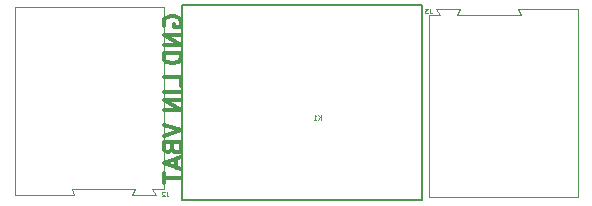
<source format=gbr>
G04 #@! TF.GenerationSoftware,KiCad,Pcbnew,(2018-02-16 revision c95340fba)-makepkg*
G04 #@! TF.CreationDate,2018-04-16T21:08:27+02:00*
G04 #@! TF.ProjectId,lin_bb,6C696E5F62622E6B696361645F706362,rev?*
G04 #@! TF.SameCoordinates,Original*
G04 #@! TF.FileFunction,Legend,Bot*
G04 #@! TF.FilePolarity,Positive*
%FSLAX46Y46*%
G04 Gerber Fmt 4.6, Leading zero omitted, Abs format (unit mm)*
G04 Created by KiCad (PCBNEW (2018-02-16 revision c95340fba)-makepkg) date 04/16/18 21:08:27*
%MOMM*%
%LPD*%
G01*
G04 APERTURE LIST*
%ADD10C,0.300000*%
%ADD11C,0.120000*%
%ADD12C,0.150000*%
%ADD13C,0.100000*%
G04 APERTURE END LIST*
D10*
X144212571Y-118185714D02*
X145712571Y-118685714D01*
X144212571Y-119185714D01*
X144926857Y-120185714D02*
X144998285Y-120400000D01*
X145069714Y-120471428D01*
X145212571Y-120542857D01*
X145426857Y-120542857D01*
X145569714Y-120471428D01*
X145641142Y-120400000D01*
X145712571Y-120257142D01*
X145712571Y-119685714D01*
X144212571Y-119685714D01*
X144212571Y-120185714D01*
X144284000Y-120328571D01*
X144355428Y-120400000D01*
X144498285Y-120471428D01*
X144641142Y-120471428D01*
X144784000Y-120400000D01*
X144855428Y-120328571D01*
X144926857Y-120185714D01*
X144926857Y-119685714D01*
X145284000Y-121114285D02*
X145284000Y-121828571D01*
X145712571Y-120971428D02*
X144212571Y-121471428D01*
X145712571Y-121971428D01*
X144212571Y-122257142D02*
X144212571Y-123114285D01*
X145712571Y-122685714D02*
X144212571Y-122685714D01*
X145712571Y-114891428D02*
X145712571Y-114177142D01*
X144212571Y-114177142D01*
X145712571Y-115391428D02*
X144212571Y-115391428D01*
X145712571Y-116105714D02*
X144212571Y-116105714D01*
X145712571Y-116962857D01*
X144212571Y-116962857D01*
X144284000Y-109855142D02*
X144212571Y-109712285D01*
X144212571Y-109498000D01*
X144284000Y-109283714D01*
X144426857Y-109140857D01*
X144569714Y-109069428D01*
X144855428Y-108998000D01*
X145069714Y-108998000D01*
X145355428Y-109069428D01*
X145498285Y-109140857D01*
X145641142Y-109283714D01*
X145712571Y-109498000D01*
X145712571Y-109640857D01*
X145641142Y-109855142D01*
X145569714Y-109926571D01*
X145069714Y-109926571D01*
X145069714Y-109640857D01*
X145712571Y-110569428D02*
X144212571Y-110569428D01*
X145712571Y-111426571D01*
X144212571Y-111426571D01*
X145712571Y-112140857D02*
X144212571Y-112140857D01*
X144212571Y-112498000D01*
X144284000Y-112712285D01*
X144426857Y-112855142D01*
X144569714Y-112926571D01*
X144855428Y-112998000D01*
X145069714Y-112998000D01*
X145355428Y-112926571D01*
X145498285Y-112855142D01*
X145641142Y-112712285D01*
X145712571Y-112498000D01*
X145712571Y-112140857D01*
D11*
X131622000Y-124121000D02*
X131622000Y-108221000D01*
X136672000Y-124121000D02*
X131622000Y-124121000D01*
X136422000Y-123621000D02*
X136672000Y-124121000D01*
X141822000Y-123621000D02*
X136422000Y-123621000D01*
X141572000Y-124121000D02*
X141822000Y-123621000D01*
X143572000Y-124121000D02*
X141572000Y-124121000D01*
X143272000Y-123621000D02*
X143572000Y-124121000D01*
X144222000Y-123621000D02*
X143272000Y-123621000D01*
X144222000Y-108221000D02*
X144222000Y-123621000D01*
X131622000Y-108221000D02*
X144222000Y-108221000D01*
X179274000Y-108416000D02*
X179274000Y-124316000D01*
X174224000Y-108416000D02*
X179274000Y-108416000D01*
X174474000Y-108916000D02*
X174224000Y-108416000D01*
X169074000Y-108916000D02*
X174474000Y-108916000D01*
X169324000Y-108416000D02*
X169074000Y-108916000D01*
X167324000Y-108416000D02*
X169324000Y-108416000D01*
X167624000Y-108916000D02*
X167324000Y-108416000D01*
X166674000Y-108916000D02*
X167624000Y-108916000D01*
X166674000Y-124316000D02*
X166674000Y-108916000D01*
X179274000Y-124316000D02*
X166674000Y-124316000D01*
D12*
X166116000Y-124587000D02*
X145796000Y-124587000D01*
X166116000Y-108077000D02*
X166116000Y-124587000D01*
X145796000Y-108077000D02*
X166116000Y-108077000D01*
X145796000Y-124587000D02*
X145796000Y-108077000D01*
D13*
X144468833Y-123859952D02*
X144468833Y-124145666D01*
X144487880Y-124202809D01*
X144525976Y-124240904D01*
X144583119Y-124259952D01*
X144621214Y-124259952D01*
X144297404Y-123898047D02*
X144278357Y-123879000D01*
X144240261Y-123859952D01*
X144145023Y-123859952D01*
X144106928Y-123879000D01*
X144087880Y-123898047D01*
X144068833Y-123936142D01*
X144068833Y-123974238D01*
X144087880Y-124031380D01*
X144316452Y-124259952D01*
X144068833Y-124259952D01*
X166757333Y-108365952D02*
X166757333Y-108651666D01*
X166776380Y-108708809D01*
X166814476Y-108746904D01*
X166871619Y-108765952D01*
X166909714Y-108765952D01*
X166604952Y-108365952D02*
X166357333Y-108365952D01*
X166490666Y-108518333D01*
X166433523Y-108518333D01*
X166395428Y-108537380D01*
X166376380Y-108556428D01*
X166357333Y-108594523D01*
X166357333Y-108689761D01*
X166376380Y-108727857D01*
X166395428Y-108746904D01*
X166433523Y-108765952D01*
X166547809Y-108765952D01*
X166585904Y-108746904D01*
X166604952Y-108727857D01*
X157521238Y-117782952D02*
X157521238Y-117382952D01*
X157292666Y-117782952D02*
X157464095Y-117554380D01*
X157292666Y-117382952D02*
X157521238Y-117611523D01*
X156911714Y-117782952D02*
X157140285Y-117782952D01*
X157026000Y-117782952D02*
X157026000Y-117382952D01*
X157064095Y-117440095D01*
X157102190Y-117478190D01*
X157140285Y-117497238D01*
M02*

</source>
